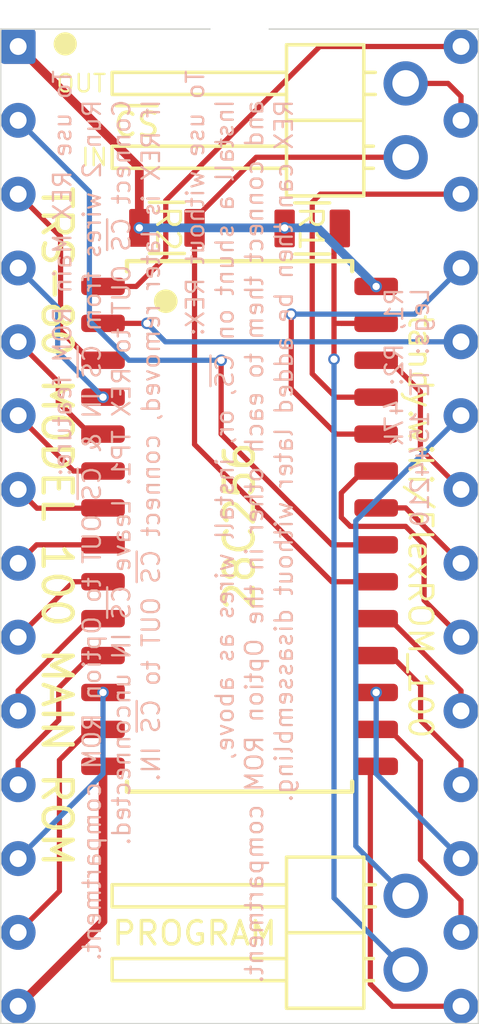
<source format=kicad_pcb>
(kicad_pcb (version 20171130) (host pcbnew 5.1.7-a382d34a8~87~ubuntu20.04.1)

  (general
    (thickness 1.6)
    (drawings 21)
    (tracks 139)
    (zones 0)
    (modules 6)
    (nets 31)
  )

  (page A4)
  (layers
    (0 F.Cu signal)
    (31 B.Cu signal)
    (32 B.Adhes user hide)
    (33 F.Adhes user hide)
    (34 B.Paste user hide)
    (35 F.Paste user hide)
    (36 B.SilkS user)
    (37 F.SilkS user)
    (38 B.Mask user)
    (39 F.Mask user)
    (40 Dwgs.User user hide)
    (41 Cmts.User user hide)
    (42 Eco1.User user hide)
    (43 Eco2.User user hide)
    (44 Edge.Cuts user)
    (45 Margin user hide)
    (46 B.CrtYd user hide)
    (47 F.CrtYd user hide)
    (48 B.Fab user hide)
    (49 F.Fab user hide)
  )

  (setup
    (last_trace_width 0.18)
    (user_trace_width 0.16)
    (user_trace_width 0.2)
    (user_trace_width 0.3)
    (trace_clearance 0.16)
    (zone_clearance 0.508)
    (zone_45_only no)
    (trace_min 0.16)
    (via_size 0.4)
    (via_drill 0.25)
    (via_min_size 0.4)
    (via_min_drill 0.25)
    (uvia_size 0.4)
    (uvia_drill 0.25)
    (uvias_allowed no)
    (uvia_min_size 0.4)
    (uvia_min_drill 0.25)
    (edge_width 0.05)
    (segment_width 0.2)
    (pcb_text_width 0.3)
    (pcb_text_size 1.5 1.5)
    (mod_edge_width 0.12)
    (mod_text_size 1 1)
    (mod_text_width 0.15)
    (pad_size 1.2 1.2)
    (pad_drill 0.58)
    (pad_to_mask_clearance 0)
    (aux_axis_origin 0 0)
    (grid_origin 150 100)
    (visible_elements FFFFFF7F)
    (pcbplotparams
      (layerselection 0x010fc_ffffffff)
      (usegerberextensions false)
      (usegerberattributes false)
      (usegerberadvancedattributes false)
      (creategerberjobfile false)
      (excludeedgelayer true)
      (linewidth 0.100000)
      (plotframeref false)
      (viasonmask false)
      (mode 1)
      (useauxorigin false)
      (hpglpennumber 1)
      (hpglpenspeed 20)
      (hpglpendiameter 15.000000)
      (psnegative false)
      (psa4output false)
      (plotreference true)
      (plotvalue true)
      (plotinvisibletext false)
      (padsonsilk false)
      (subtractmaskfromsilk false)
      (outputformat 1)
      (mirror false)
      (drillshape 1)
      (scaleselection 1)
      (outputdirectory ""))
  )

  (net 0 "")
  (net 1 /VCC)
  (net 2 /D3)
  (net 3 /A10)
  (net 4 /D4)
  (net 5 /A7)
  (net 6 /D5)
  (net 7 /A6)
  (net 8 /D6)
  (net 9 /A5)
  (net 10 /D7)
  (net 11 /A4)
  (net 12 /A11)
  (net 13 /A3)
  (net 14 /~OE)
  (net 15 /A2)
  (net 16 /A13)
  (net 17 /A1)
  (net 18 /A0)
  (net 19 /A12)
  (net 20 /D0)
  (net 21 /A9)
  (net 22 /D1)
  (net 23 /A8)
  (net 24 /D2)
  (net 25 /~CS_OUT)
  (net 26 /GND)
  (net 27 /A14)
  (net 28 /~CS_IN)
  (net 29 /~WE)
  (net 30 /ALE)

  (net_class Default "This is the default net class."
    (clearance 0.16)
    (trace_width 0.18)
    (via_dia 0.4)
    (via_drill 0.25)
    (uvia_dia 0.4)
    (uvia_drill 0.25)
    (add_net /A0)
    (add_net /A1)
    (add_net /A10)
    (add_net /A11)
    (add_net /A12)
    (add_net /A13)
    (add_net /A14)
    (add_net /A2)
    (add_net /A3)
    (add_net /A4)
    (add_net /A5)
    (add_net /A6)
    (add_net /A7)
    (add_net /A8)
    (add_net /A9)
    (add_net /AD0)
    (add_net /ALE)
    (add_net /D0)
    (add_net /D1)
    (add_net /D2)
    (add_net /D3)
    (add_net /D4)
    (add_net /D5)
    (add_net /D6)
    (add_net /D7)
    (add_net /GND)
    (add_net /VCC)
    (add_net /~CS_IN)
    (add_net /~CS_OUT)
    (add_net /~OE)
    (add_net /~WE)
  )

  (module 000_LOCAL:R_0805 (layer F.Cu) (tedit 5F9E65BE) (tstamp 5FBB7CD5)
    (at 152.5 89.75 180)
    (descr "Resistor SMD 0805, reflow soldering, Vishay (see dcrcw.pdf)")
    (tags "resistor 0805")
    (path /5FBFB319)
    (attr smd)
    (fp_text reference R1 (at 0.05 0 270 unlocked) (layer F.SilkS)
      (effects (font (size 0.8 0.8) (thickness 0.1)))
    )
    (fp_text value 47K (at 0 1.75) (layer F.Fab)
      (effects (font (size 1 1) (thickness 0.15)))
    )
    (fp_text user %R (at 0 0) (layer F.Fab)
      (effects (font (size 0.5 0.5) (thickness 0.075)))
    )
    (fp_line (start -1 0.62) (end -1 -0.62) (layer F.Fab) (width 0.1))
    (fp_line (start 1 0.62) (end -1 0.62) (layer F.Fab) (width 0.1))
    (fp_line (start 1 -0.62) (end 1 0.62) (layer F.Fab) (width 0.1))
    (fp_line (start -1 -0.62) (end 1 -0.62) (layer F.Fab) (width 0.1))
    (fp_line (start 0.6 0.88) (end -0.6 0.88) (layer F.SilkS) (width 0.12))
    (fp_line (start -0.6 -0.88) (end 0.6 -0.88) (layer F.SilkS) (width 0.12))
    (fp_line (start -1.55 -0.9) (end 1.55 -0.9) (layer F.CrtYd) (width 0.05))
    (fp_line (start -1.55 -0.9) (end -1.55 0.9) (layer F.CrtYd) (width 0.05))
    (fp_line (start 1.55 0.9) (end 1.55 -0.9) (layer F.CrtYd) (width 0.05))
    (fp_line (start 1.55 0.9) (end -1.55 0.9) (layer F.CrtYd) (width 0.05))
    (pad 1 smd roundrect (at -0.95 0 180) (size 0.7 1.3) (layers F.Cu F.Paste F.Mask) (roundrect_rratio 0.1)
      (net 29 /~WE))
    (pad 2 smd roundrect (at 0.95 0 180) (size 0.7 1.3) (layers F.Cu F.Paste F.Mask) (roundrect_rratio 0.1)
      (net 1 /VCC))
    (model ${KIPRJMOD}/000_LOCAL.pretty/packages3d/R_0805_2012Metric.step
      (at (xyz 0 0 0))
      (scale (xyz 1 1 1))
      (rotate (xyz 0 0 0))
    )
  )

  (module 000_LOCAL:Pin_Header_Angled_1x02_Pitch2.54mm (layer F.Cu) (tedit 5F9E6982) (tstamp 5FBB7637)
    (at 155.715 115.25 180)
    (descr "Through hole angled pin header, 1x02, 2.54mm pitch, 6mm pin length, single row")
    (tags "Through hole angled pin header THT 1x02 2.54mm single row")
    (path /5FBFB30E)
    (fp_text reference JP2 (at 4.385 -2.27) (layer F.SilkS) hide
      (effects (font (size 1 1) (thickness 0.15)))
    )
    (fp_text value PROGRAM (at 4.385 4.81) (layer F.Fab)
      (effects (font (size 1 1) (thickness 0.15)))
    )
    (fp_text user %R (at 2.77 1.27 90) (layer F.Fab)
      (effects (font (size 1 1) (thickness 0.15)))
    )
    (fp_line (start 2.135 -1.27) (end 4.04 -1.27) (layer F.Fab) (width 0.1))
    (fp_line (start 4.04 -1.27) (end 4.04 3.81) (layer F.Fab) (width 0.1))
    (fp_line (start 4.04 3.81) (end 1.5 3.81) (layer F.Fab) (width 0.1))
    (fp_line (start 1.5 3.81) (end 1.5 -0.635) (layer F.Fab) (width 0.1))
    (fp_line (start 1.5 -0.635) (end 2.135 -1.27) (layer F.Fab) (width 0.1))
    (fp_line (start -0.32 -0.32) (end 1.5 -0.32) (layer F.Fab) (width 0.1))
    (fp_line (start -0.32 -0.32) (end -0.32 0.32) (layer F.Fab) (width 0.1))
    (fp_line (start -0.32 0.32) (end 1.5 0.32) (layer F.Fab) (width 0.1))
    (fp_line (start 4.04 -0.32) (end 10.04 -0.32) (layer F.Fab) (width 0.1))
    (fp_line (start 10.04 -0.32) (end 10.04 0.32) (layer F.Fab) (width 0.1))
    (fp_line (start 4.04 0.32) (end 10.04 0.32) (layer F.Fab) (width 0.1))
    (fp_line (start -0.32 2.22) (end 1.5 2.22) (layer F.Fab) (width 0.1))
    (fp_line (start -0.32 2.22) (end -0.32 2.86) (layer F.Fab) (width 0.1))
    (fp_line (start -0.32 2.86) (end 1.5 2.86) (layer F.Fab) (width 0.1))
    (fp_line (start 4.04 2.22) (end 10.04 2.22) (layer F.Fab) (width 0.1))
    (fp_line (start 10.04 2.22) (end 10.04 2.86) (layer F.Fab) (width 0.1))
    (fp_line (start 4.04 2.86) (end 10.04 2.86) (layer F.Fab) (width 0.1))
    (fp_line (start 1.44 -1.33) (end 1.44 3.87) (layer F.SilkS) (width 0.12))
    (fp_line (start 1.44 3.87) (end 4.1 3.87) (layer F.SilkS) (width 0.12))
    (fp_line (start 4.1 3.87) (end 4.1 -1.33) (layer F.SilkS) (width 0.12))
    (fp_line (start 4.1 -1.33) (end 1.44 -1.33) (layer F.SilkS) (width 0.12))
    (fp_line (start 4.1 -0.38) (end 10.1 -0.38) (layer F.SilkS) (width 0.12))
    (fp_line (start 10.1 -0.38) (end 10.1 0.38) (layer F.SilkS) (width 0.12))
    (fp_line (start 10.1 0.38) (end 4.1 0.38) (layer F.SilkS) (width 0.12))
    (fp_line (start 1.11 -0.38) (end 1.44 -0.38) (layer F.SilkS) (width 0.12))
    (fp_line (start 1.11 0.38) (end 1.44 0.38) (layer F.SilkS) (width 0.12))
    (fp_line (start 1.44 1.27) (end 4.1 1.27) (layer F.SilkS) (width 0.12))
    (fp_line (start 4.1 2.16) (end 10.1 2.16) (layer F.SilkS) (width 0.12))
    (fp_line (start 10.1 2.16) (end 10.1 2.92) (layer F.SilkS) (width 0.12))
    (fp_line (start 10.1 2.92) (end 4.1 2.92) (layer F.SilkS) (width 0.12))
    (fp_line (start 1.042929 2.16) (end 1.44 2.16) (layer F.SilkS) (width 0.12))
    (fp_line (start 1.042929 2.92) (end 1.44 2.92) (layer F.SilkS) (width 0.12))
    (fp_line (start -1.8 -1.8) (end -1.8 4.35) (layer F.CrtYd) (width 0.05))
    (fp_line (start -1.8 4.35) (end 10.55 4.35) (layer F.CrtYd) (width 0.05))
    (fp_line (start 10.55 4.35) (end 10.55 -1.8) (layer F.CrtYd) (width 0.05))
    (fp_line (start 10.55 -1.8) (end -1.8 -1.8) (layer F.CrtYd) (width 0.05))
    (pad 1 thru_hole circle (at 0 0 180) (size 1.524 1.524) (drill 0.9144) (layers *.Cu *.Mask)
      (net 29 /~WE))
    (pad 2 thru_hole circle (at 0 2.54 180) (size 1.524 1.524) (drill 0.9144) (layers *.Cu *.Mask)
      (net 30 /ALE))
    (model ${KIPRJMOD}/000_LOCAL.pretty/packages3d/PinHeader_1x02_P2.54mm_Horizontal.step
      (at (xyz 0 0 0))
      (scale (xyz 1 1 1))
      (rotate (xyz 0 0 0))
    )
  )

  (module 000_LOCAL:DIP28_0.6_pcb_sil_pins (layer F.Cu) (tedit 5E4383E0) (tstamp 5E369E74)
    (at 150 100)
    (descr "28-lead though-hole mounted DIP package, row spacing 15.24 mm (600 mils)")
    (tags "THT DIP DIL PDIP 2.54mm 15.24mm 600mil")
    (path /5E5C209E)
    (fp_text reference J1 (at -4.7 -16.35) (layer F.SilkS) hide
      (effects (font (size 1 1) (thickness 0.15)))
    )
    (fp_text value "LH535618 DIP LEGS" (at 0 18.84) (layer F.Fab)
      (effects (font (size 1 1) (thickness 0.15)))
    )
    (fp_line (start -8.22 -17.11) (end -8.22 17.11) (layer F.CrtYd) (width 0.01))
    (fp_line (start -8.22 17.11) (end 8.22 17.11) (layer F.CrtYd) (width 0.01))
    (fp_line (start 8.22 17.11) (end 8.22 -17.11) (layer F.CrtYd) (width 0.01))
    (fp_line (start 8.22 -17.11) (end -8.22 -17.11) (layer F.CrtYd) (width 0.01))
    (fp_text user %R (at 0.27 3.12) (layer F.Fab)
      (effects (font (size 1 1) (thickness 0.15)))
    )
    (pad "" np_thru_hole circle (at 0 -17.11) (size 2 2) (drill 2) (layers *.Cu *.Mask))
    (pad 1 thru_hole roundrect (at -7.62 -16.51) (size 1.2 1.2) (drill 0.58) (layers *.Cu *.Mask) (roundrect_rratio 0.1)
      (net 1 /VCC))
    (pad 15 thru_hole circle (at 7.62 16.51) (size 1.2 1.2) (drill 0.58) (layers *.Cu *.Mask)
      (net 2 /D3))
    (pad 2 thru_hole circle (at -7.62 -13.97) (size 1.2 1.2) (drill 0.58) (layers *.Cu *.Mask)
      (net 3 /A10))
    (pad 16 thru_hole circle (at 7.62 13.97) (size 1.2 1.2) (drill 0.58) (layers *.Cu *.Mask)
      (net 4 /D4))
    (pad 3 thru_hole circle (at -7.62 -11.43) (size 1.2 1.2) (drill 0.58) (layers *.Cu *.Mask)
      (net 5 /A7))
    (pad 17 thru_hole circle (at 7.62 11.43) (size 1.2 1.2) (drill 0.58) (layers *.Cu *.Mask)
      (net 6 /D5))
    (pad 4 thru_hole circle (at -7.62 -8.89) (size 1.2 1.2) (drill 0.58) (layers *.Cu *.Mask)
      (net 7 /A6))
    (pad 18 thru_hole circle (at 7.62 8.89) (size 1.2 1.2) (drill 0.58) (layers *.Cu *.Mask)
      (net 8 /D6))
    (pad 5 thru_hole circle (at -7.62 -6.35) (size 1.2 1.2) (drill 0.58) (layers *.Cu *.Mask)
      (net 9 /A5))
    (pad 19 thru_hole circle (at 7.62 6.35) (size 1.2 1.2) (drill 0.58) (layers *.Cu *.Mask)
      (net 10 /D7))
    (pad 6 thru_hole circle (at -7.62 -3.81) (size 1.2 1.2) (drill 0.58) (layers *.Cu *.Mask)
      (net 11 /A4))
    (pad 20 thru_hole circle (at 7.62 3.81) (size 1.2 1.2) (drill 0.58) (layers *.Cu *.Mask)
      (net 12 /A11))
    (pad 7 thru_hole circle (at -7.62 -1.27) (size 1.2 1.2) (drill 0.58) (layers *.Cu *.Mask)
      (net 13 /A3))
    (pad 21 thru_hole circle (at 7.62 1.27) (size 1.2 1.2) (drill 0.58) (layers *.Cu *.Mask)
      (net 14 /~OE))
    (pad 8 thru_hole circle (at -7.62 1.27) (size 1.2 1.2) (drill 0.58) (layers *.Cu *.Mask)
      (net 15 /A2))
    (pad 22 thru_hole circle (at 7.62 -1.27) (size 1.2 1.2) (drill 0.58) (layers *.Cu *.Mask)
      (net 16 /A13))
    (pad 9 thru_hole circle (at -7.62 3.81) (size 1.2 1.2) (drill 0.58) (layers *.Cu *.Mask)
      (net 17 /A1))
    (pad 23 thru_hole circle (at 7.62 -3.81) (size 1.2 1.2) (drill 0.58) (layers *.Cu *.Mask)
      (net 30 /ALE))
    (pad 10 thru_hole circle (at -7.62 6.35) (size 1.2 1.2) (drill 0.58) (layers *.Cu *.Mask)
      (net 18 /A0))
    (pad 24 thru_hole circle (at 7.62 -6.35) (size 1.2 1.2) (drill 0.58) (layers *.Cu *.Mask)
      (net 19 /A12))
    (pad 11 thru_hole circle (at -7.62 8.89) (size 1.2 1.2) (drill 0.58) (layers *.Cu *.Mask)
      (net 20 /D0))
    (pad 25 thru_hole circle (at 7.62 -8.89) (size 1.2 1.2) (drill 0.58) (layers *.Cu *.Mask)
      (net 21 /A9))
    (pad 12 thru_hole circle (at -7.62 11.43) (size 1.2 1.2) (drill 0.58) (layers *.Cu *.Mask)
      (net 22 /D1))
    (pad 26 thru_hole circle (at 7.62 -11.43) (size 1.2 1.2) (drill 0.58) (layers *.Cu *.Mask)
      (net 23 /A8))
    (pad 13 thru_hole circle (at -7.62 13.97) (size 1.2 1.2) (drill 0.58) (layers *.Cu *.Mask)
      (net 24 /D2))
    (pad 27 thru_hole circle (at 7.62 -13.97) (size 1.2 1.2) (drill 0.58) (layers *.Cu *.Mask)
      (net 25 /~CS_OUT))
    (pad 14 thru_hole circle (at -7.62 16.51) (size 1.2 1.2) (drill 0.58) (layers *.Cu *.Mask)
      (net 26 /GND))
    (pad 28 thru_hole circle (at 7.62 -16.51) (size 1.2 1.2) (drill 0.58) (layers *.Cu *.Mask)
      (net 27 /A14))
    (model ${KIPRJMOD}/000_LOCAL.pretty/packages3d/DIL_LEG.step
      (offset (xyz -7.62 16.51 0.18))
      (scale (xyz 1 1 1))
      (rotate (xyz 0 0 0))
    )
    (model ${KIPRJMOD}/000_LOCAL.pretty/packages3d/DIL_LEG.step
      (offset (xyz -7.62 13.97 0.18))
      (scale (xyz 1 1 1))
      (rotate (xyz 0 0 0))
    )
    (model ${KIPRJMOD}/000_LOCAL.pretty/packages3d/DIL_LEG.step
      (offset (xyz -7.62 11.43 0.18))
      (scale (xyz 1 1 1))
      (rotate (xyz 0 0 0))
    )
    (model ${KIPRJMOD}/000_LOCAL.pretty/packages3d/DIL_LEG.step
      (offset (xyz -7.62 8.890000000000001 0.18))
      (scale (xyz 1 1 1))
      (rotate (xyz 0 0 0))
    )
    (model ${KIPRJMOD}/000_LOCAL.pretty/packages3d/DIL_LEG.step
      (offset (xyz -7.62 6.35 0.18))
      (scale (xyz 1 1 1))
      (rotate (xyz 0 0 0))
    )
    (model ${KIPRJMOD}/000_LOCAL.pretty/packages3d/DIL_LEG.step
      (offset (xyz -7.62 3.81 0.18))
      (scale (xyz 1 1 1))
      (rotate (xyz 0 0 0))
    )
    (model ${KIPRJMOD}/000_LOCAL.pretty/packages3d/DIL_LEG.step
      (offset (xyz -7.62 1.27 0.18))
      (scale (xyz 1 1 1))
      (rotate (xyz 0 0 0))
    )
    (model ${KIPRJMOD}/000_LOCAL.pretty/packages3d/DIL_LEG.step
      (offset (xyz -7.62 -1.27 0.18))
      (scale (xyz 1 1 1))
      (rotate (xyz 0 0 0))
    )
    (model ${KIPRJMOD}/000_LOCAL.pretty/packages3d/DIL_LEG.step
      (offset (xyz -7.62 -3.81 0.18))
      (scale (xyz 1 1 1))
      (rotate (xyz 0 0 0))
    )
    (model ${KIPRJMOD}/000_LOCAL.pretty/packages3d/DIL_LEG.step
      (offset (xyz -7.62 -6.35 0.18))
      (scale (xyz 1 1 1))
      (rotate (xyz 0 0 0))
    )
    (model ${KIPRJMOD}/000_LOCAL.pretty/packages3d/DIL_LEG.step
      (offset (xyz -7.62 -8.890000000000001 0.18))
      (scale (xyz 1 1 1))
      (rotate (xyz 0 0 0))
    )
    (model ${KIPRJMOD}/000_LOCAL.pretty/packages3d/DIL_LEG.step
      (offset (xyz -7.62 -11.43 0.18))
      (scale (xyz 1 1 1))
      (rotate (xyz 0 0 0))
    )
    (model ${KIPRJMOD}/000_LOCAL.pretty/packages3d/DIL_LEG.step
      (offset (xyz -7.62 -13.97 0.18))
      (scale (xyz 1 1 1))
      (rotate (xyz 0 0 0))
    )
    (model ${KIPRJMOD}/000_LOCAL.pretty/packages3d/DIL_LEG.step
      (offset (xyz -7.62 -16.51 0.18))
      (scale (xyz 1 1 1))
      (rotate (xyz 0 0 0))
    )
    (model ${KIPRJMOD}/000_LOCAL.pretty/packages3d/DIL_LEG.step
      (offset (xyz 7.62 -16.51 0.18))
      (scale (xyz 1 1 1))
      (rotate (xyz 0 0 0))
    )
    (model ${KIPRJMOD}/000_LOCAL.pretty/packages3d/DIL_LEG.step
      (offset (xyz 7.62 -13.97 0.18))
      (scale (xyz 1 1 1))
      (rotate (xyz 0 0 0))
    )
    (model ${KIPRJMOD}/000_LOCAL.pretty/packages3d/DIL_LEG.step
      (offset (xyz 7.62 -11.43 0.18))
      (scale (xyz 1 1 1))
      (rotate (xyz 0 0 0))
    )
    (model ${KIPRJMOD}/000_LOCAL.pretty/packages3d/DIL_LEG.step
      (offset (xyz 7.62 -8.890000000000001 0.18))
      (scale (xyz 1 1 1))
      (rotate (xyz 0 0 0))
    )
    (model ${KIPRJMOD}/000_LOCAL.pretty/packages3d/DIL_LEG.step
      (offset (xyz 7.62 -6.35 0.18))
      (scale (xyz 1 1 1))
      (rotate (xyz 0 0 0))
    )
    (model ${KIPRJMOD}/000_LOCAL.pretty/packages3d/DIL_LEG.step
      (offset (xyz 7.62 -3.81 0.18))
      (scale (xyz 1 1 1))
      (rotate (xyz 0 0 0))
    )
    (model ${KIPRJMOD}/000_LOCAL.pretty/packages3d/DIL_LEG.step
      (offset (xyz 7.62 -1.27 0.18))
      (scale (xyz 1 1 1))
      (rotate (xyz 0 0 0))
    )
    (model ${KIPRJMOD}/000_LOCAL.pretty/packages3d/DIL_LEG.step
      (offset (xyz 7.62 1.27 0.18))
      (scale (xyz 1 1 1))
      (rotate (xyz 0 0 0))
    )
    (model ${KIPRJMOD}/000_LOCAL.pretty/packages3d/DIL_LEG.step
      (offset (xyz 7.62 3.81 0.18))
      (scale (xyz 1 1 1))
      (rotate (xyz 0 0 0))
    )
    (model ${KIPRJMOD}/000_LOCAL.pretty/packages3d/DIL_LEG.step
      (offset (xyz 7.62 6.35 0.18))
      (scale (xyz 1 1 1))
      (rotate (xyz 0 0 0))
    )
    (model ${KIPRJMOD}/000_LOCAL.pretty/packages3d/DIL_LEG.step
      (offset (xyz 7.62 8.890000000000001 0.18))
      (scale (xyz 1 1 1))
      (rotate (xyz 0 0 0))
    )
    (model ${KIPRJMOD}/000_LOCAL.pretty/packages3d/DIL_LEG.step
      (offset (xyz 7.62 11.43 0.18))
      (scale (xyz 1 1 1))
      (rotate (xyz 0 0 0))
    )
    (model ${KIPRJMOD}/000_LOCAL.pretty/packages3d/DIL_LEG.step
      (offset (xyz 7.62 13.97 0.18))
      (scale (xyz 1 1 1))
      (rotate (xyz 0 0 0))
    )
    (model ${KIPRJMOD}/000_LOCAL.pretty/packages3d/DIL_LEG.step
      (offset (xyz 7.62 16.51 0.18))
      (scale (xyz 1 1 1))
      (rotate (xyz 0 0 0))
    )
  )

  (module 000_LOCAL:Pin_Header_Angled_1x02_Pitch2.54mm (layer F.Cu) (tedit 5F9E6982) (tstamp 5E4387A7)
    (at 155.715 87.3 180)
    (descr "Through hole angled pin header, 1x02, 2.54mm pitch, 6mm pin length, single row")
    (tags "Through hole angled pin header THT 1x02 2.54mm single row")
    (path /5E68B8A2)
    (fp_text reference JP1 (at 4.385 -2.27 180) (layer F.SilkS) hide
      (effects (font (size 1 1) (thickness 0.15)))
    )
    (fp_text value "~CS~ breakout" (at 4.385 4.81 180) (layer F.Fab)
      (effects (font (size 1 1) (thickness 0.15)))
    )
    (fp_line (start 2.135 -1.27) (end 4.04 -1.27) (layer F.Fab) (width 0.1))
    (fp_line (start 4.04 -1.27) (end 4.04 3.81) (layer F.Fab) (width 0.1))
    (fp_line (start 4.04 3.81) (end 1.5 3.81) (layer F.Fab) (width 0.1))
    (fp_line (start 1.5 3.81) (end 1.5 -0.635) (layer F.Fab) (width 0.1))
    (fp_line (start 1.5 -0.635) (end 2.135 -1.27) (layer F.Fab) (width 0.1))
    (fp_line (start -0.32 -0.32) (end 1.5 -0.32) (layer F.Fab) (width 0.1))
    (fp_line (start -0.32 -0.32) (end -0.32 0.32) (layer F.Fab) (width 0.1))
    (fp_line (start -0.32 0.32) (end 1.5 0.32) (layer F.Fab) (width 0.1))
    (fp_line (start 4.04 -0.32) (end 10.04 -0.32) (layer F.Fab) (width 0.1))
    (fp_line (start 10.04 -0.32) (end 10.04 0.32) (layer F.Fab) (width 0.1))
    (fp_line (start 4.04 0.32) (end 10.04 0.32) (layer F.Fab) (width 0.1))
    (fp_line (start -0.32 2.22) (end 1.5 2.22) (layer F.Fab) (width 0.1))
    (fp_line (start -0.32 2.22) (end -0.32 2.86) (layer F.Fab) (width 0.1))
    (fp_line (start -0.32 2.86) (end 1.5 2.86) (layer F.Fab) (width 0.1))
    (fp_line (start 4.04 2.22) (end 10.04 2.22) (layer F.Fab) (width 0.1))
    (fp_line (start 10.04 2.22) (end 10.04 2.86) (layer F.Fab) (width 0.1))
    (fp_line (start 4.04 2.86) (end 10.04 2.86) (layer F.Fab) (width 0.1))
    (fp_line (start 1.44 -1.33) (end 1.44 3.87) (layer F.SilkS) (width 0.12))
    (fp_line (start 1.44 3.87) (end 4.1 3.87) (layer F.SilkS) (width 0.12))
    (fp_line (start 4.1 3.87) (end 4.1 -1.33) (layer F.SilkS) (width 0.12))
    (fp_line (start 4.1 -1.33) (end 1.44 -1.33) (layer F.SilkS) (width 0.12))
    (fp_line (start 4.1 -0.38) (end 10.1 -0.38) (layer F.SilkS) (width 0.12))
    (fp_line (start 10.1 -0.38) (end 10.1 0.38) (layer F.SilkS) (width 0.12))
    (fp_line (start 10.1 0.38) (end 4.1 0.38) (layer F.SilkS) (width 0.12))
    (fp_line (start 1.11 -0.38) (end 1.44 -0.38) (layer F.SilkS) (width 0.12))
    (fp_line (start 1.11 0.38) (end 1.44 0.38) (layer F.SilkS) (width 0.12))
    (fp_line (start 1.44 1.27) (end 4.1 1.27) (layer F.SilkS) (width 0.12))
    (fp_line (start 4.1 2.16) (end 10.1 2.16) (layer F.SilkS) (width 0.12))
    (fp_line (start 10.1 2.16) (end 10.1 2.92) (layer F.SilkS) (width 0.12))
    (fp_line (start 10.1 2.92) (end 4.1 2.92) (layer F.SilkS) (width 0.12))
    (fp_line (start 1.042929 2.16) (end 1.44 2.16) (layer F.SilkS) (width 0.12))
    (fp_line (start 1.042929 2.92) (end 1.44 2.92) (layer F.SilkS) (width 0.12))
    (fp_line (start -1.8 -1.8) (end -1.8 4.35) (layer F.CrtYd) (width 0.05))
    (fp_line (start -1.8 4.35) (end 10.55 4.35) (layer F.CrtYd) (width 0.05))
    (fp_line (start 10.55 4.35) (end 10.55 -1.8) (layer F.CrtYd) (width 0.05))
    (fp_line (start 10.55 -1.8) (end -1.8 -1.8) (layer F.CrtYd) (width 0.05))
    (fp_text user %R (at 2.77 1.27 270) (layer F.Fab)
      (effects (font (size 1 1) (thickness 0.15)))
    )
    (pad 1 thru_hole circle (at 0 0 180) (size 1.524 1.524) (drill 0.9144) (layers *.Cu *.Mask)
      (net 28 /~CS_IN))
    (pad 2 thru_hole circle (at 0 2.54 180) (size 1.524 1.524) (drill 0.9144) (layers *.Cu *.Mask)
      (net 25 /~CS_OUT))
    (model ${KIPRJMOD}/000_LOCAL.pretty/packages3d/PinHeader_1x02_P2.54mm_Horizontal.step
      (at (xyz 0 0 0))
      (scale (xyz 1 1 1))
      (rotate (xyz 0 0 0))
    )
  )

  (module 000_LOCAL:R_0805 (layer F.Cu) (tedit 5F9E65BE) (tstamp 5E34A4C4)
    (at 147.5 89.73 180)
    (descr "Resistor SMD 0805, reflow soldering, Vishay (see dcrcw.pdf)")
    (tags "resistor 0805")
    (path /5E68C7F8)
    (attr smd)
    (fp_text reference R2 (at -0.04 -0.02 270 unlocked) (layer F.SilkS)
      (effects (font (size 0.8 0.8) (thickness 0.1)))
    )
    (fp_text value 47K (at 0 1.75) (layer F.Fab)
      (effects (font (size 1 1) (thickness 0.15)))
    )
    (fp_line (start -1 0.62) (end -1 -0.62) (layer F.Fab) (width 0.1))
    (fp_line (start 1 0.62) (end -1 0.62) (layer F.Fab) (width 0.1))
    (fp_line (start 1 -0.62) (end 1 0.62) (layer F.Fab) (width 0.1))
    (fp_line (start -1 -0.62) (end 1 -0.62) (layer F.Fab) (width 0.1))
    (fp_line (start 0.6 0.88) (end -0.6 0.88) (layer F.SilkS) (width 0.12))
    (fp_line (start -0.6 -0.88) (end 0.6 -0.88) (layer F.SilkS) (width 0.12))
    (fp_line (start -1.55 -0.9) (end 1.55 -0.9) (layer F.CrtYd) (width 0.05))
    (fp_line (start -1.55 -0.9) (end -1.55 0.9) (layer F.CrtYd) (width 0.05))
    (fp_line (start 1.55 0.9) (end 1.55 -0.9) (layer F.CrtYd) (width 0.05))
    (fp_line (start 1.55 0.9) (end -1.55 0.9) (layer F.CrtYd) (width 0.05))
    (fp_text user %R (at 0 0) (layer F.Fab)
      (effects (font (size 0.5 0.5) (thickness 0.075)))
    )
    (pad 1 smd roundrect (at -0.95 0 180) (size 0.7 1.3) (layers F.Cu F.Paste F.Mask) (roundrect_rratio 0.1)
      (net 28 /~CS_IN))
    (pad 2 smd roundrect (at 0.95 0 180) (size 0.7 1.3) (layers F.Cu F.Paste F.Mask) (roundrect_rratio 0.1)
      (net 1 /VCC))
    (model ${KIPRJMOD}/000_LOCAL.pretty/packages3d/R_0805_2012Metric.step
      (at (xyz 0 0 0))
      (scale (xyz 1 1 1))
      (rotate (xyz 0 0 0))
    )
  )

  (module 000_LOCAL:SOIC28W (layer F.Cu) (tedit 5E621A1B) (tstamp 5E238CDF)
    (at 150 100)
    (descr "28-Lead Plastic Small Outline (SO) - Wide, 7.50 mm Body [SOIC] (see Microchip Packaging Specification 00000049BS.pdf)")
    (tags "SOIC 1.27")
    (path /5E5B130A)
    (attr smd)
    (fp_text reference U1 (at 0 -10.05) (layer F.SilkS) hide
      (effects (font (size 1 1) (thickness 0.15)))
    )
    (fp_text value 28C256 (at -0.0003 -0.0002 -90) (layer F.SilkS)
      (effects (font (size 1 1) (thickness 0.15)))
    )
    (fp_circle (center -2.54 -7.747) (end -2.3368 -7.747) (layer F.SilkS) (width 0.4064))
    (fp_line (start -2.75 -8.95) (end 3.75 -8.95) (layer F.Fab) (width 0.15))
    (fp_line (start 3.75 -8.95) (end 3.75 8.95) (layer F.Fab) (width 0.15))
    (fp_line (start 3.75 8.95) (end -3.75 8.95) (layer F.Fab) (width 0.15))
    (fp_line (start -3.75 8.95) (end -3.75 -7.95) (layer F.Fab) (width 0.15))
    (fp_line (start -3.75 -7.95) (end -2.75 -8.95) (layer F.Fab) (width 0.15))
    (fp_line (start -5.95 -9.3) (end -5.95 9.3) (layer F.CrtYd) (width 0.05))
    (fp_line (start 5.95 -9.3) (end 5.95 9.3) (layer F.CrtYd) (width 0.05))
    (fp_line (start -5.95 -9.3) (end 5.95 -9.3) (layer F.CrtYd) (width 0.05))
    (fp_line (start -5.95 9.3) (end 5.95 9.3) (layer F.CrtYd) (width 0.05))
    (fp_line (start -3.875 -9.125) (end -3.875 -8.78) (layer F.SilkS) (width 0.15))
    (fp_line (start 3.875 -9.125) (end 3.875 -8.78) (layer F.SilkS) (width 0.15))
    (fp_line (start 3.875 9.125) (end 3.875 8.78) (layer F.SilkS) (width 0.15))
    (fp_line (start -3.875 9.125) (end -3.875 8.78) (layer F.SilkS) (width 0.15))
    (fp_line (start -3.875 -9.125) (end 3.875 -9.125) (layer F.SilkS) (width 0.15))
    (fp_line (start -3.875 9.125) (end 3.875 9.125) (layer F.SilkS) (width 0.15))
    (fp_text user %R (at -0.01 1.61) (layer F.Fab)
      (effects (font (size 1 1) (thickness 0.15)))
    )
    (pad 28 smd roundrect (at 4.7 -8.255) (size 1.5 0.6) (layers F.Cu F.Paste F.Mask) (roundrect_rratio 0.25)
      (net 1 /VCC))
    (pad 27 smd roundrect (at 4.7 -6.985) (size 1.5 0.6) (layers F.Cu F.Paste F.Mask) (roundrect_rratio 0.25)
      (net 29 /~WE))
    (pad 26 smd roundrect (at 4.7 -5.715) (size 1.5 0.6) (layers F.Cu F.Paste F.Mask) (roundrect_rratio 0.25)
      (net 16 /A13))
    (pad 25 smd roundrect (at 4.7 -4.445) (size 1.5 0.6) (layers F.Cu F.Paste F.Mask) (roundrect_rratio 0.25)
      (net 23 /A8))
    (pad 24 smd roundrect (at 4.7 -3.175) (size 1.5 0.6) (layers F.Cu F.Paste F.Mask) (roundrect_rratio 0.25)
      (net 21 /A9))
    (pad 23 smd roundrect (at 4.7 -1.905) (size 1.5 0.6) (layers F.Cu F.Paste F.Mask) (roundrect_rratio 0.25)
      (net 12 /A11))
    (pad 22 smd roundrect (at 4.7 -0.635) (size 1.5 0.6) (layers F.Cu F.Paste F.Mask) (roundrect_rratio 0.25)
      (net 14 /~OE))
    (pad 21 smd roundrect (at 4.7 0.635) (size 1.5 0.6) (layers F.Cu F.Paste F.Mask) (roundrect_rratio 0.25)
      (net 3 /A10))
    (pad 20 smd roundrect (at 4.7 1.905) (size 1.5 0.6) (layers F.Cu F.Paste F.Mask) (roundrect_rratio 0.25)
      (net 28 /~CS_IN))
    (pad 19 smd roundrect (at 4.7 3.175) (size 1.5 0.6) (layers F.Cu F.Paste F.Mask) (roundrect_rratio 0.25)
      (net 10 /D7))
    (pad 18 smd roundrect (at 4.7 4.445) (size 1.5 0.6) (layers F.Cu F.Paste F.Mask) (roundrect_rratio 0.25)
      (net 8 /D6))
    (pad 17 smd roundrect (at 4.7 5.715) (size 1.5 0.6) (layers F.Cu F.Paste F.Mask) (roundrect_rratio 0.25)
      (net 6 /D5))
    (pad 16 smd roundrect (at 4.7 6.985) (size 1.5 0.6) (layers F.Cu F.Paste F.Mask) (roundrect_rratio 0.25)
      (net 4 /D4))
    (pad 15 smd roundrect (at 4.7 8.255) (size 1.5 0.6) (layers F.Cu F.Paste F.Mask) (roundrect_rratio 0.25)
      (net 2 /D3))
    (pad 14 smd roundrect (at -4.7 8.255) (size 1.5 0.6) (layers F.Cu F.Paste F.Mask) (roundrect_rratio 0.25)
      (net 26 /GND))
    (pad 13 smd roundrect (at -4.7 6.985) (size 1.5 0.6) (layers F.Cu F.Paste F.Mask) (roundrect_rratio 0.25)
      (net 24 /D2))
    (pad 12 smd roundrect (at -4.7 5.715) (size 1.5 0.6) (layers F.Cu F.Paste F.Mask) (roundrect_rratio 0.25)
      (net 22 /D1))
    (pad 11 smd roundrect (at -4.7 4.445) (size 1.5 0.6) (layers F.Cu F.Paste F.Mask) (roundrect_rratio 0.25)
      (net 20 /D0))
    (pad 10 smd roundrect (at -4.7 3.175) (size 1.5 0.6) (layers F.Cu F.Paste F.Mask) (roundrect_rratio 0.25)
      (net 18 /A0))
    (pad 9 smd roundrect (at -4.7 1.905) (size 1.5 0.6) (layers F.Cu F.Paste F.Mask) (roundrect_rratio 0.25)
      (net 17 /A1))
    (pad 8 smd roundrect (at -4.7 0.635) (size 1.5 0.6) (layers F.Cu F.Paste F.Mask) (roundrect_rratio 0.25)
      (net 15 /A2))
    (pad 7 smd roundrect (at -4.7 -0.635) (size 1.5 0.6) (layers F.Cu F.Paste F.Mask) (roundrect_rratio 0.25)
      (net 13 /A3))
    (pad 6 smd roundrect (at -4.7 -1.905) (size 1.5 0.6) (layers F.Cu F.Paste F.Mask) (roundrect_rratio 0.25)
      (net 11 /A4))
    (pad 5 smd roundrect (at -4.7 -3.175) (size 1.5 0.6) (layers F.Cu F.Paste F.Mask) (roundrect_rratio 0.25)
      (net 9 /A5))
    (pad 4 smd roundrect (at -4.7 -4.445) (size 1.5 0.6) (layers F.Cu F.Paste F.Mask) (roundrect_rratio 0.25)
      (net 7 /A6))
    (pad 3 smd roundrect (at -4.7 -5.715) (size 1.5 0.6) (layers F.Cu F.Paste F.Mask) (roundrect_rratio 0.25)
      (net 5 /A7))
    (pad 2 smd roundrect (at -4.7 -6.985) (size 1.5 0.6) (layers F.Cu F.Paste F.Mask) (roundrect_rratio 0.25)
      (net 19 /A12))
    (pad 1 smd roundrect (at -4.7 -8.255) (size 1.5 0.6) (layers F.Cu F.Paste F.Mask) (roundrect_rratio 0.25)
      (net 27 /A14))
    (model ${KIPRJMOD}/000_LOCAL.pretty/packages3d/SOIC28W.step
      (at (xyz 0 0 0))
      (scale (xyz 1 1 1))
      (rotate (xyz 0 0 0))
    )
  )

  (gr_text PROGRAM (at 148.45 114) (layer F.SilkS) (tstamp 5FBB8E9C)
    (effects (font (size 0.8 0.8) (thickness 0.12)))
  )
  (gr_text tandy.wiki/FlexROM_100 (at 156.223 100 -90) (layer F.SilkS) (tstamp 5E438E65)
    (effects (font (size 0.8 0.8) (thickness 0.1)))
  )
  (gr_line (start 141.78 117.11) (end 141.78 82.89) (layer Edge.Cuts) (width 0.05) (tstamp 5E36F1C6))
  (gr_line (start 158.22 82.89) (end 158.22 117.11) (layer Edge.Cuts) (width 0.05) (tstamp 5E36F1C5))
  (gr_line (start 141.78 82.89) (end 158.22 82.89) (layer Edge.Cuts) (width 0.05))
  (gr_line (start 141.78 117.11) (end 158.22 117.11) (layer Edge.Cuts) (width 0.05))
  (gr_text "R1, R2: 47k" (at 155.321 91.745 90) (layer B.SilkS) (tstamp 5E369BB7)
    (effects (font (size 0.6 0.6) (thickness 0.08)) (justify left mirror))
  )
  (gr_text "REX can then be added later without disassembling." (at 151.524 85.268 90) (layer B.SilkS) (tstamp 5E35263D)
    (effects (font (size 0.6 0.6) (thickness 0.08)) (justify left mirror))
  )
  (gr_text "and connect them to each other in the Option ROM compartment." (at 150.508 85.268 90) (layer B.SilkS) (tstamp 5E352281)
    (effects (font (size 0.6 0.6) (thickness 0.08)) (justify left mirror))
  )
  (gr_text "Install a shunt on ~CS~, or, install wires as above," (at 149.492 85.268 90) (layer B.SilkS) (tstamp 5E35238C)
    (effects (font (size 0.6 0.6) (thickness 0.08)) (justify left mirror))
  )
  (gr_text "If REX is later removed, connect ~CS~ OUT to ~CS~ IN." (at 146.952 85.268 90) (layer B.SilkS) (tstamp 5E36A37A)
    (effects (font (size 0.6 0.6) (thickness 0.08)) (justify left mirror))
  )
  (gr_text "Connect ~CS~ OUT to REX TP1. Leave ~CS~ IN unconnected." (at 145.936 85.268 90) (layer B.SilkS) (tstamp 5E36A37D)
    (effects (font (size 0.6 0.6) (thickness 0.08)) (justify left mirror))
  )
  (gr_text "Run 2 wires from ~CS~ IN & ~CS~ OUT to Option ROM compartment." (at 144.92 85.268 90) (layer B.SilkS) (tstamp 5E36A2F9)
    (effects (font (size 0.6 0.6) (thickness 0.08)) (justify left mirror))
  )
  (gr_text "To use without REX:" (at 148.476 84.252 90) (layer B.SilkS) (tstamp 5E351697)
    (effects (font (size 0.6 0.6) (thickness 0.08)) (justify left mirror))
  )
  (gr_text "To use REX Main ROM feature:" (at 143.904 84.252 90) (layer B.SilkS) (tstamp 5E36A380)
    (effects (font (size 0.6 0.6) (thickness 0.08)) (justify left mirror))
  )
  (gr_text "TRS-80 MODEL 100 MAIN ROM" (at 143.7135 100 -90) (layer F.SilkS) (tstamp 5E350D14)
    (effects (font (size 1 1) (thickness 0.15)))
  )
  (gr_text ~CS (at 146.4564 86.1822) (layer F.SilkS) (tstamp 5E34C224)
    (effects (font (size 0.8 0.8) (thickness 0.12)))
  )
  (gr_circle (center 144 83.4) (end 144.2 83.4) (layer F.SilkS) (width 0.4))
  (gr_text OUT (at 144.5514 84.7598) (layer F.SilkS) (tstamp 5E25583B)
    (effects (font (size 0.6 0.6) (thickness 0.08)))
  )
  (gr_text IN (at 145.0086 87.2998) (layer F.SilkS) (tstamp 5E2556CF)
    (effects (font (size 0.6 0.6) (thickness 0.08)))
  )
  (gr_text "Legs: TE 1544210" (at 156.21 91.745 90) (layer B.SilkS) (tstamp 5E253AF7)
    (effects (font (size 0.6 0.6) (thickness 0.08)) (justify left mirror))
  )

  (segment (start 154.7 91.745) (end 154.7 91.745) (width 0.18) (layer F.Cu) (net 1))
  (via (at 154.7 91.745) (size 0.4) (drill 0.25) (layers F.Cu B.Cu) (net 1))
  (segment (start 146.55 89.73) (end 146.55 89.73) (width 0.4) (layer F.Cu) (net 1))
  (via (at 146.55 89.73) (size 0.4) (drill 0.25) (layers F.Cu B.Cu) (net 1))
  (segment (start 151.55 89.73) (end 151.55 89.73) (width 0.4) (layer F.Cu) (net 1))
  (via (at 151.55 89.73) (size 0.4) (drill 0.25) (layers F.Cu B.Cu) (net 1))
  (segment (start 146.55 89.73) (end 151.55 89.73) (width 0.3) (layer B.Cu) (net 1))
  (segment (start 152.685 89.73) (end 154.7 91.745) (width 0.3) (layer B.Cu) (net 1))
  (segment (start 151.55 89.73) (end 152.685 89.73) (width 0.3) (layer B.Cu) (net 1))
  (segment (start 146.55 87.66) (end 146.55 89.73) (width 0.3) (layer F.Cu) (net 1))
  (segment (start 142.38 83.49) (end 146.55 87.66) (width 0.3) (layer F.Cu) (net 1))
  (segment (start 143.84 93.2685) (end 143.84 90.03) (width 0.18) (layer F.Cu) (net 5))
  (segment (start 143.84 90.03) (end 142.38 88.57) (width 0.18) (layer F.Cu) (net 5))
  (segment (start 144.8565 94.285) (end 143.84 93.2685) (width 0.18) (layer F.Cu) (net 5))
  (segment (start 145.3 94.285) (end 144.8565 94.285) (width 0.18) (layer F.Cu) (net 5))
  (segment (start 154.7 105.715) (end 154.7 105.715) (width 0.18) (layer F.Cu) (net 6) (tstamp 5E23E684))
  (via (at 154.7 105.715) (size 0.4) (drill 0.25) (layers F.Cu B.Cu) (net 6))
  (segment (start 154.7 108.51) (end 157.62 111.43) (width 0.18) (layer B.Cu) (net 6))
  (segment (start 154.7 105.715) (end 154.7 108.51) (width 0.18) (layer B.Cu) (net 6))
  (segment (start 145.3 95.555) (end 145.3 95.555) (width 0.18) (layer F.Cu) (net 7))
  (via (at 145.3 95.555) (size 0.4) (drill 0.25) (layers F.Cu B.Cu) (net 7))
  (segment (start 143.74 92.47) (end 142.38 91.11) (width 0.18) (layer B.Cu) (net 7))
  (segment (start 145.3 95.555) (end 143.74 93.995) (width 0.18) (layer B.Cu) (net 7))
  (segment (start 143.74 93.995) (end 143.74 92.47) (width 0.18) (layer B.Cu) (net 7))
  (segment (start 155.207 104.445) (end 154.7 104.445) (width 0.18) (layer F.Cu) (net 8))
  (segment (start 156.23 106.6745) (end 156.23 105.468) (width 0.18) (layer F.Cu) (net 8))
  (segment (start 156.23 105.468) (end 155.207 104.445) (width 0.18) (layer F.Cu) (net 8))
  (segment (start 157.62 108.0645) (end 156.23 106.6745) (width 0.18) (layer F.Cu) (net 8))
  (segment (start 157.62 108.89) (end 157.62 108.0645) (width 0.18) (layer F.Cu) (net 8))
  (segment (start 144.8565 96.825) (end 145.3 96.825) (width 0.18) (layer F.Cu) (net 9))
  (segment (start 143.76 95.7285) (end 144.8565 96.825) (width 0.18) (layer F.Cu) (net 9))
  (segment (start 143.76 95.03) (end 143.76 95.7285) (width 0.18) (layer F.Cu) (net 9))
  (segment (start 142.38 93.65) (end 143.76 95.03) (width 0.18) (layer F.Cu) (net 9))
  (segment (start 157.62 105.6515) (end 157.62 106.35) (width 0.18) (layer F.Cu) (net 10))
  (segment (start 155.1435 103.175) (end 157.62 105.6515) (width 0.18) (layer F.Cu) (net 10))
  (segment (start 154.7 103.175) (end 155.1435 103.175) (width 0.18) (layer F.Cu) (net 10))
  (segment (start 144.285 98.095) (end 145.3 98.095) (width 0.18) (layer F.Cu) (net 11))
  (segment (start 142.38 96.19) (end 144.285 98.095) (width 0.18) (layer F.Cu) (net 11))
  (segment (start 145.29 99.375) (end 145.3 99.365) (width 0.18) (layer F.Cu) (net 13))
  (segment (start 142.38 98.73) (end 143.025 99.375) (width 0.18) (layer F.Cu) (net 13))
  (segment (start 143.025 99.375) (end 145.29 99.375) (width 0.18) (layer F.Cu) (net 13))
  (segment (start 155.715 99.365) (end 157.62 101.27) (width 0.18) (layer F.Cu) (net 14))
  (segment (start 154.7 99.365) (end 155.715 99.365) (width 0.18) (layer F.Cu) (net 14))
  (segment (start 143.015 100.635) (end 142.38 101.27) (width 0.18) (layer F.Cu) (net 15))
  (segment (start 145.3 100.635) (end 143.015 100.635) (width 0.18) (layer F.Cu) (net 15))
  (segment (start 155.1435 94.285) (end 154.7 94.285) (width 0.18) (layer F.Cu) (net 16))
  (segment (start 156.223 97.333) (end 156.223 95.3645) (width 0.18) (layer F.Cu) (net 16))
  (segment (start 156.223 95.3645) (end 155.1435 94.285) (width 0.18) (layer F.Cu) (net 16))
  (segment (start 157.62 98.73) (end 156.223 97.333) (width 0.18) (layer F.Cu) (net 16))
  (segment (start 144.835 101.905) (end 145.3 101.905) (width 0.18) (layer F.Cu) (net 17))
  (segment (start 144.285 101.905) (end 142.38 103.81) (width 0.18) (layer F.Cu) (net 17))
  (segment (start 145.3 101.905) (end 144.285 101.905) (width 0.18) (layer F.Cu) (net 17))
  (segment (start 142.38 105.6515) (end 142.38 106.35) (width 0.18) (layer F.Cu) (net 18))
  (segment (start 144.8565 103.175) (end 142.38 105.6515) (width 0.18) (layer F.Cu) (net 18))
  (segment (start 145.3 103.175) (end 144.8565 103.175) (width 0.18) (layer F.Cu) (net 18))
  (segment (start 154.5 108.455) (end 154.7 108.255) (width 0.18) (layer F.Cu) (net 2))
  (segment (start 154.5 115.75) (end 154.5 108.455) (width 0.18) (layer F.Cu) (net 2))
  (segment (start 155.26 116.51) (end 154.5 115.75) (width 0.18) (layer F.Cu) (net 2))
  (segment (start 157.62 116.51) (end 155.26 116.51) (width 0.18) (layer F.Cu) (net 2))
  (segment (start 144.8308 88.4808) (end 142.38 86.03) (width 0.18) (layer B.Cu) (net 3))
  (segment (start 144.8308 92.9258) (end 144.8308 88.4808) (width 0.18) (layer B.Cu) (net 3))
  (segment (start 146.19 94.285) (end 144.8308 92.9258) (width 0.18) (layer B.Cu) (net 3))
  (segment (start 149.365 94.285) (end 146.19 94.285) (width 0.18) (layer B.Cu) (net 3))
  (via (at 149.365 94.285) (size 0.4) (drill 0.25) (layers F.Cu B.Cu) (net 3))
  (segment (start 153.175 100.635) (end 154.7 100.635) (width 0.18) (layer F.Cu) (net 3))
  (segment (start 149.365 96.825) (end 153.175 100.635) (width 0.18) (layer F.Cu) (net 3))
  (segment (start 149.365 94.285) (end 149.365 96.825) (width 0.18) (layer F.Cu) (net 3))
  (segment (start 157.62 112.87) (end 157.62 113.97) (width 0.18) (layer F.Cu) (net 4))
  (segment (start 156.223 111.473) (end 157.62 112.87) (width 0.18) (layer F.Cu) (net 4))
  (segment (start 156.223 108.0645) (end 156.223 111.473) (width 0.18) (layer F.Cu) (net 4))
  (segment (start 155.1435 106.985) (end 156.223 108.0645) (width 0.18) (layer F.Cu) (net 4))
  (segment (start 154.7 106.985) (end 155.1435 106.985) (width 0.18) (layer F.Cu) (net 4))
  (segment (start 153.5 99.69) (end 153.5 98.8495) (width 0.18) (layer F.Cu) (net 12))
  (segment (start 154.2545 98.095) (end 154.7 98.095) (width 0.18) (layer F.Cu) (net 12))
  (segment (start 153.5 98.8495) (end 154.2545 98.095) (width 0.18) (layer F.Cu) (net 12))
  (segment (start 155.715 100) (end 153.81 100) (width 0.18) (layer F.Cu) (net 12))
  (segment (start 153.81 100) (end 153.5 99.69) (width 0.18) (layer F.Cu) (net 12))
  (segment (start 156.35 102.54) (end 156.35 100.635) (width 0.18) (layer F.Cu) (net 12))
  (segment (start 156.35 100.635) (end 155.715 100) (width 0.18) (layer F.Cu) (net 12))
  (segment (start 157.62 103.81) (end 156.35 102.54) (width 0.18) (layer F.Cu) (net 12))
  (segment (start 145.3 93.015) (end 146.8118 93.015) (width 0.18) (layer F.Cu) (net 19))
  (via (at 146.8118 93.015) (size 0.4) (drill 0.25) (layers F.Cu B.Cu) (net 19))
  (segment (start 147.4468 93.65) (end 157.62 93.65) (width 0.18) (layer B.Cu) (net 19))
  (segment (start 146.8118 93.015) (end 147.4468 93.65) (width 0.18) (layer B.Cu) (net 19))
  (segment (start 145.3 104.445) (end 145.3 104.445) (width 0.18) (layer F.Cu) (net 20))
  (segment (start 144.888 104.445) (end 145.3 104.445) (width 0.18) (layer F.Cu) (net 20))
  (segment (start 143.777 105.556) (end 144.888 104.445) (width 0.18) (layer F.Cu) (net 20))
  (segment (start 143.777 106.6675) (end 143.777 105.556) (width 0.18) (layer F.Cu) (net 20))
  (segment (start 142.38 108.0645) (end 143.777 106.6675) (width 0.18) (layer F.Cu) (net 20))
  (segment (start 142.38 108.89) (end 142.38 108.0645) (width 0.18) (layer F.Cu) (net 20))
  (segment (start 154.7 96.825) (end 155.207 96.825) (width 0.18) (layer F.Cu) (net 21))
  (via (at 151.778 92.6975) (size 0.4) (drill 0.25) (layers F.Cu B.Cu) (net 21))
  (segment (start 151.778 92.6975) (end 156.0325 92.6975) (width 0.18) (layer B.Cu) (net 21))
  (segment (start 156.0325 92.6975) (end 157.62 91.11) (width 0.18) (layer B.Cu) (net 21))
  (segment (start 153.325 96.825) (end 154.7 96.825) (width 0.18) (layer F.Cu) (net 21))
  (segment (start 151.778 95.278) (end 153.325 96.825) (width 0.18) (layer F.Cu) (net 21))
  (segment (start 151.778 92.6975) (end 151.778 95.278) (width 0.18) (layer F.Cu) (net 21))
  (segment (start 145.3 105.715) (end 145.3 105.715) (width 0.18) (layer F.Cu) (net 22) (tstamp 5E23F312))
  (via (at 145.3 105.715) (size 0.4) (drill 0.25) (layers F.Cu B.Cu) (net 22))
  (segment (start 145.3 108.51) (end 145.3 105.715) (width 0.18) (layer B.Cu) (net 22))
  (segment (start 142.38 111.43) (end 145.3 108.51) (width 0.18) (layer B.Cu) (net 22))
  (segment (start 152.78 88.57) (end 157.62 88.57) (width 0.18) (layer F.Cu) (net 23))
  (segment (start 152.5 88.85) (end 152.78 88.57) (width 0.18) (layer F.Cu) (net 23))
  (segment (start 152.5 94.75) (end 152.5 88.85) (width 0.18) (layer F.Cu) (net 23))
  (segment (start 153.305 95.555) (end 152.5 94.75) (width 0.18) (layer F.Cu) (net 23))
  (segment (start 154.7 95.555) (end 153.305 95.555) (width 0.18) (layer F.Cu) (net 23))
  (segment (start 143.8 112.55) (end 142.38 113.97) (width 0.18) (layer F.Cu) (net 24))
  (segment (start 143.8 108.0415) (end 143.8 112.55) (width 0.18) (layer F.Cu) (net 24))
  (segment (start 144.8565 106.985) (end 143.8 108.0415) (width 0.18) (layer F.Cu) (net 24))
  (segment (start 145.3 106.985) (end 144.8565 106.985) (width 0.18) (layer F.Cu) (net 24))
  (segment (start 155.715 84.76) (end 157.1755 84.76) (width 0.18) (layer F.Cu) (net 25))
  (segment (start 157.1755 84.76) (end 157.62 85.2045) (width 0.18) (layer F.Cu) (net 25))
  (segment (start 157.62 85.2045) (end 157.62 86.03) (width 0.18) (layer F.Cu) (net 25))
  (segment (start 145.3 113.59) (end 142.38 116.51) (width 0.3) (layer F.Cu) (net 26))
  (segment (start 145.3 108.255) (end 145.3 113.59) (width 0.3) (layer F.Cu) (net 26))
  (segment (start 152.76 83.49) (end 157.62 83.49) (width 0.18) (layer F.Cu) (net 27))
  (segment (start 147.46 88.79) (end 152.76 83.49) (width 0.18) (layer F.Cu) (net 27))
  (segment (start 147.46 90.729) (end 147.46 88.79) (width 0.18) (layer F.Cu) (net 27))
  (segment (start 146.444 91.745) (end 147.46 90.729) (width 0.18) (layer F.Cu) (net 27))
  (segment (start 145.3 91.745) (end 146.444 91.745) (width 0.18) (layer F.Cu) (net 27))
  (segment (start 148.45 89.4215) (end 148.45 89.73) (width 0.18) (layer F.Cu) (net 28))
  (segment (start 150.5715 87.3) (end 148.45 89.4215) (width 0.18) (layer F.Cu) (net 28))
  (segment (start 155.715 87.3) (end 150.5715 87.3) (width 0.18) (layer F.Cu) (net 28))
  (segment (start 153.175 101.905) (end 154.7 101.905) (width 0.18) (layer F.Cu) (net 28))
  (segment (start 148.45 97.18) (end 153.175 101.905) (width 0.18) (layer F.Cu) (net 28))
  (segment (start 148.45 89.73) (end 148.45 97.18) (width 0.18) (layer F.Cu) (net 28))
  (segment (start 153.5 93.015) (end 154.7 93.015) (width 0.18) (layer F.Cu) (net 29))
  (segment (start 154.2545 93.015) (end 153.5 93.015) (width 0.18) (layer F.Cu) (net 29))
  (via (at 153.25 94.25) (size 0.4) (drill 0.25) (layers F.Cu B.Cu) (net 29))
  (segment (start 153.25 112.785) (end 155.715 115.25) (width 0.18) (layer B.Cu) (net 29))
  (segment (start 153.25 94.25) (end 153.25 112.785) (width 0.18) (layer B.Cu) (net 29))
  (segment (start 153.25 93.015) (end 153.5 93.015) (width 0.18) (layer F.Cu) (net 29))
  (segment (start 153.25 94.25) (end 153.25 93.015) (width 0.18) (layer F.Cu) (net 29))
  (segment (start 153.25 89.95) (end 153.45 89.75) (width 0.18) (layer F.Cu) (net 29))
  (segment (start 153.25 93.015) (end 153.25 89.95) (width 0.18) (layer F.Cu) (net 29))
  (segment (start 154 99.81) (end 157.62 96.19) (width 0.18) (layer B.Cu) (net 30))
  (segment (start 154 111) (end 154 99.81) (width 0.18) (layer B.Cu) (net 30))
  (segment (start 155.71 112.71) (end 154 111) (width 0.18) (layer B.Cu) (net 30))
  (segment (start 155.715 112.71) (end 155.71 112.71) (width 0.18) (layer B.Cu) (net 30))

)

</source>
